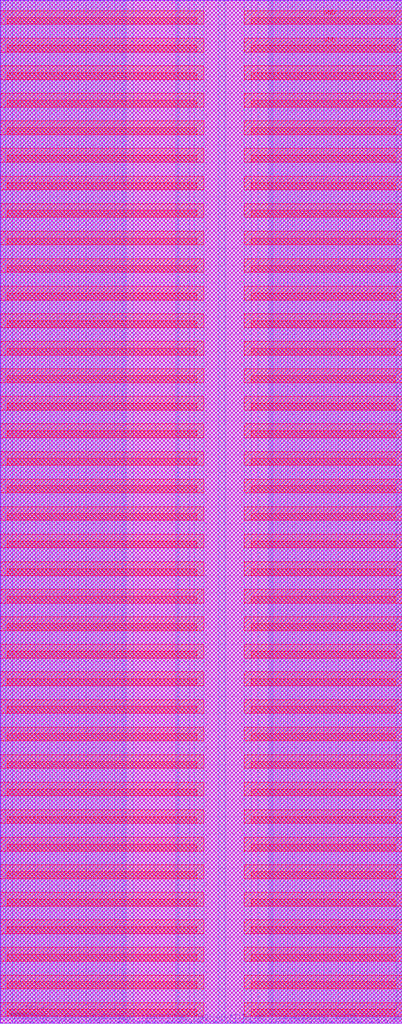
<source format=lef>
# Created by MC2 : Version 2006.09.01.d on 2024/04/08, 13:50:43

###############################################################################
#        Software       : TSMC MEMORY COMPILER 2006.09.01.d
#        Technology     : 65 nm CMOS LOGIC Low Power LowK Cu 1P9M 1.2
#                         Mix-vt logic, High-vt SRAM
#        Memory Type    : TSMC 65nm low power SP SRAM Without Redundancy
#        Library Name   : ts1n65lpa4096x8m8
#        Library Version: 140a
#        Generated Time : 2024/04/08, 13:50:39
###############################################################################
#
#STATEMENT OF USE
#
#This information contains confidential and proprietary information of TSMC.
#No part of this information may be reproduced, transmitted, transcribed,
#stored in a retrieval system, or translated into any human or computer
#language, in any form or by any means, electronic, mechanical, magnetic,
#optical, chemical, manual, or otherwise, without the prior written permission
#of TSMC. This information was prepared for informational purpose and is for
#use by TSMC's customers only. TSMC reserves the right to make changes in the
#information at any time and without notice.
#
###############################################################################
 
MACRO TS1N65LPA4096X8M8
	CLASS BLOCK ;
	FOREIGN TS1N65LPA4096X8M8 0.0 0.0 ;
	ORIGIN 0.0 0.0 ;
	SIZE 116.725 BY 296.985 ;
	SYMMETRY X Y R90 ;

	PIN A[0]
		DIRECTION INPUT ;
		USE SIGNAL ;
		PORT
			LAYER M3 ;
			RECT 62.355 0.000 62.875 0.520 ;
			LAYER M1 ;
			RECT 62.355 0.000 62.875 0.520 ;
			LAYER M2 ;
			RECT 62.355 0.000 62.875 0.520 ;
		END
	END A[0]

	PIN A[10]
		DIRECTION INPUT ;
		USE SIGNAL ;
		PORT
			LAYER M1 ;
			RECT 40.615 0.000 41.135 0.520 ;
			LAYER M3 ;
			RECT 40.615 0.000 41.135 0.520 ;
			LAYER M2 ;
			RECT 40.615 0.000 41.135 0.520 ;
		END
	END A[10]

	PIN A[11]
		DIRECTION INPUT ;
		USE SIGNAL ;
		PORT
			LAYER M3 ;
			RECT 36.855 0.000 37.375 0.520 ;
			LAYER M1 ;
			RECT 36.855 0.000 37.375 0.520 ;
			LAYER M2 ;
			RECT 36.855 0.000 37.375 0.520 ;
		END
	END A[11]

	PIN A[1]
		DIRECTION INPUT ;
		USE SIGNAL ;
		PORT
			LAYER M1 ;
			RECT 66.230 0.000 66.750 0.520 ;
			LAYER M3 ;
			RECT 66.230 0.000 66.750 0.520 ;
			LAYER M2 ;
			RECT 66.230 0.000 66.750 0.520 ;
		END
	END A[1]

	PIN A[2]
		DIRECTION INPUT ;
		USE SIGNAL ;
		PORT
			LAYER M3 ;
			RECT 70.565 0.000 71.085 0.520 ;
			LAYER M1 ;
			RECT 70.565 0.000 71.085 0.520 ;
			LAYER M2 ;
			RECT 70.565 0.000 71.085 0.520 ;
		END
	END A[2]

	PIN A[3]
		DIRECTION INPUT ;
		USE SIGNAL ;
		PORT
			LAYER M1 ;
			RECT 57.535 0.000 58.055 0.520 ;
			LAYER M2 ;
			RECT 57.535 0.000 58.055 0.520 ;
			LAYER M3 ;
			RECT 57.535 0.000 58.055 0.520 ;
		END
	END A[3]

	PIN A[4]
		DIRECTION INPUT ;
		USE SIGNAL ;
		PORT
			LAYER M3 ;
			RECT 55.655 0.000 56.175 0.520 ;
			LAYER M1 ;
			RECT 55.655 0.000 56.175 0.520 ;
			LAYER M2 ;
			RECT 55.655 0.000 56.175 0.520 ;
		END
	END A[4]

	PIN A[5]
		DIRECTION INPUT ;
		USE SIGNAL ;
		PORT
			LAYER M2 ;
			RECT 51.895 0.000 52.415 0.520 ;
			LAYER M3 ;
			RECT 51.895 0.000 52.415 0.520 ;
			LAYER M1 ;
			RECT 51.895 0.000 52.415 0.520 ;
		END
	END A[5]

	PIN A[6]
		DIRECTION INPUT ;
		USE SIGNAL ;
		PORT
			LAYER M1 ;
			RECT 50.015 0.000 50.535 0.520 ;
			LAYER M3 ;
			RECT 50.015 0.000 50.535 0.520 ;
			LAYER M2 ;
			RECT 50.015 0.000 50.535 0.520 ;
		END
	END A[6]

	PIN A[7]
		DIRECTION INPUT ;
		USE SIGNAL ;
		PORT
			LAYER M2 ;
			RECT 48.135 0.000 48.655 0.520 ;
			LAYER M1 ;
			RECT 48.135 0.000 48.655 0.520 ;
			LAYER M3 ;
			RECT 48.135 0.000 48.655 0.520 ;
		END
	END A[7]

	PIN A[8]
		DIRECTION INPUT ;
		USE SIGNAL ;
		PORT
			LAYER M3 ;
			RECT 44.375 0.000 44.895 0.520 ;
			LAYER M1 ;
			RECT 44.375 0.000 44.895 0.520 ;
			LAYER M2 ;
			RECT 44.375 0.000 44.895 0.520 ;
		END
	END A[8]

	PIN A[9]
		DIRECTION INPUT ;
		USE SIGNAL ;
		PORT
			LAYER M3 ;
			RECT 42.495 0.000 43.015 0.520 ;
			LAYER M1 ;
			RECT 42.495 0.000 43.015 0.520 ;
			LAYER M2 ;
			RECT 42.495 0.000 43.015 0.520 ;
		END
	END A[9]

	PIN BWEB[0]
		DIRECTION INPUT ;
		USE SIGNAL ;
		PORT
			LAYER M3 ;
			RECT 3.665 0.000 4.185 0.520 ;
			LAYER M2 ;
			RECT 3.665 0.000 4.185 0.520 ;
			LAYER M1 ;
			RECT 3.665 0.000 4.185 0.520 ;
		END
	END BWEB[0]

	PIN BWEB[1]
		DIRECTION INPUT ;
		USE SIGNAL ;
		PORT
			LAYER M3 ;
			RECT 12.065 0.000 12.585 0.520 ;
			LAYER M1 ;
			RECT 12.065 0.000 12.585 0.520 ;
			LAYER M2 ;
			RECT 12.065 0.000 12.585 0.520 ;
		END
	END BWEB[1]

	PIN BWEB[2]
		DIRECTION INPUT ;
		USE SIGNAL ;
		PORT
			LAYER M3 ;
			RECT 20.465 0.000 20.985 0.520 ;
			LAYER M1 ;
			RECT 20.465 0.000 20.985 0.520 ;
			LAYER M2 ;
			RECT 20.465 0.000 20.985 0.520 ;
		END
	END BWEB[2]

	PIN BWEB[3]
		DIRECTION INPUT ;
		USE SIGNAL ;
		PORT
			LAYER M1 ;
			RECT 28.865 0.000 29.385 0.520 ;
			LAYER M2 ;
			RECT 28.865 0.000 29.385 0.520 ;
			LAYER M3 ;
			RECT 28.865 0.000 29.385 0.520 ;
		END
	END BWEB[3]

	PIN BWEB[4]
		DIRECTION INPUT ;
		USE SIGNAL ;
		PORT
			LAYER M2 ;
			RECT 87.340 0.000 87.860 0.520 ;
			LAYER M3 ;
			RECT 87.340 0.000 87.860 0.520 ;
			LAYER M1 ;
			RECT 87.340 0.000 87.860 0.520 ;
		END
	END BWEB[4]

	PIN BWEB[5]
		DIRECTION INPUT ;
		USE SIGNAL ;
		PORT
			LAYER M1 ;
			RECT 95.740 0.000 96.260 0.520 ;
			LAYER M2 ;
			RECT 95.740 0.000 96.260 0.520 ;
			LAYER M3 ;
			RECT 95.740 0.000 96.260 0.520 ;
		END
	END BWEB[5]

	PIN BWEB[6]
		DIRECTION INPUT ;
		USE SIGNAL ;
		PORT
			LAYER M2 ;
			RECT 104.140 0.000 104.660 0.520 ;
			LAYER M1 ;
			RECT 104.140 0.000 104.660 0.520 ;
			LAYER M3 ;
			RECT 104.140 0.000 104.660 0.520 ;
		END
	END BWEB[6]

	PIN BWEB[7]
		DIRECTION INPUT ;
		USE SIGNAL ;
		PORT
			LAYER M1 ;
			RECT 112.540 0.000 113.060 0.520 ;
			LAYER M3 ;
			RECT 112.540 0.000 113.060 0.520 ;
			LAYER M2 ;
			RECT 112.540 0.000 113.060 0.520 ;
		END
	END BWEB[7]

	PIN CEB
		DIRECTION INPUT ;
		USE SIGNAL ;
		PORT
			LAYER M1 ;
			RECT 72.725 0.000 73.245 0.520 ;
			LAYER M3 ;
			RECT 72.725 0.000 73.245 0.520 ;
			LAYER M2 ;
			RECT 72.725 0.000 73.245 0.520 ;
		END
	END CEB

	PIN CLK
		DIRECTION INPUT ;
		USE SIGNAL ;
		PORT
			LAYER M2 ;
			RECT 67.670 0.000 68.190 0.520 ;
			LAYER M3 ;
			RECT 67.670 0.000 68.190 0.520 ;
			LAYER M1 ;
			RECT 67.670 0.000 68.190 0.520 ;
		END
	END CLK

	PIN D[0]
		DIRECTION INPUT ;
		USE SIGNAL ;
		PORT
			LAYER M3 ;
			RECT 8.890 0.000 9.410 0.520 ;
			LAYER M1 ;
			RECT 8.890 0.000 9.410 0.520 ;
			LAYER M2 ;
			RECT 8.890 0.000 9.410 0.520 ;
		END
	END D[0]

	PIN D[1]
		DIRECTION INPUT ;
		USE SIGNAL ;
		PORT
			LAYER M1 ;
			RECT 17.290 0.000 17.810 0.520 ;
			LAYER M3 ;
			RECT 17.290 0.000 17.810 0.520 ;
			LAYER M2 ;
			RECT 17.290 0.000 17.810 0.520 ;
		END
	END D[1]

	PIN D[2]
		DIRECTION INPUT ;
		USE SIGNAL ;
		PORT
			LAYER M3 ;
			RECT 25.690 0.000 26.210 0.520 ;
			LAYER M2 ;
			RECT 25.690 0.000 26.210 0.520 ;
			LAYER M1 ;
			RECT 25.690 0.000 26.210 0.520 ;
		END
	END D[2]

	PIN D[3]
		DIRECTION INPUT ;
		USE SIGNAL ;
		PORT
			LAYER M1 ;
			RECT 34.090 0.000 34.610 0.520 ;
			LAYER M2 ;
			RECT 34.090 0.000 34.610 0.520 ;
			LAYER M3 ;
			RECT 34.090 0.000 34.610 0.520 ;
		END
	END D[3]

	PIN D[4]
		DIRECTION INPUT ;
		USE SIGNAL ;
		PORT
			LAYER M2 ;
			RECT 82.115 0.000 82.635 0.520 ;
			LAYER M1 ;
			RECT 82.115 0.000 82.635 0.520 ;
			LAYER M3 ;
			RECT 82.115 0.000 82.635 0.520 ;
		END
	END D[4]

	PIN D[5]
		DIRECTION INPUT ;
		USE SIGNAL ;
		PORT
			LAYER M2 ;
			RECT 90.515 0.000 91.035 0.520 ;
			LAYER M3 ;
			RECT 90.515 0.000 91.035 0.520 ;
			LAYER M1 ;
			RECT 90.515 0.000 91.035 0.520 ;
		END
	END D[5]

	PIN D[6]
		DIRECTION INPUT ;
		USE SIGNAL ;
		PORT
			LAYER M3 ;
			RECT 98.915 0.000 99.435 0.520 ;
			LAYER M1 ;
			RECT 98.915 0.000 99.435 0.520 ;
			LAYER M2 ;
			RECT 98.915 0.000 99.435 0.520 ;
		END
	END D[6]

	PIN D[7]
		DIRECTION INPUT ;
		USE SIGNAL ;
		PORT
			LAYER M2 ;
			RECT 107.315 0.000 107.835 0.520 ;
			LAYER M3 ;
			RECT 107.315 0.000 107.835 0.520 ;
			LAYER M1 ;
			RECT 107.315 0.000 107.835 0.520 ;
		END
	END D[7]

	PIN Q[0]
		DIRECTION OUTPUT ;
		USE SIGNAL ;
		PORT
			LAYER M3 ;
			RECT 6.170 0.000 6.690 0.520 ;
			LAYER M2 ;
			RECT 6.170 0.000 6.690 0.520 ;
			LAYER M1 ;
			RECT 6.170 0.000 6.690 0.520 ;
		END
	END Q[0]

	PIN Q[1]
		DIRECTION OUTPUT ;
		USE SIGNAL ;
		PORT
			LAYER M2 ;
			RECT 14.570 0.000 15.090 0.520 ;
			LAYER M3 ;
			RECT 14.570 0.000 15.090 0.520 ;
			LAYER M1 ;
			RECT 14.570 0.000 15.090 0.520 ;
		END
	END Q[1]

	PIN Q[2]
		DIRECTION OUTPUT ;
		USE SIGNAL ;
		PORT
			LAYER M1 ;
			RECT 22.970 0.000 23.490 0.520 ;
			LAYER M3 ;
			RECT 22.970 0.000 23.490 0.520 ;
			LAYER M2 ;
			RECT 22.970 0.000 23.490 0.520 ;
		END
	END Q[2]

	PIN Q[3]
		DIRECTION OUTPUT ;
		USE SIGNAL ;
		PORT
			LAYER M1 ;
			RECT 31.370 0.000 31.890 0.520 ;
			LAYER M2 ;
			RECT 31.370 0.000 31.890 0.520 ;
			LAYER M3 ;
			RECT 31.370 0.000 31.890 0.520 ;
		END
	END Q[3]

	PIN Q[4]
		DIRECTION OUTPUT ;
		USE SIGNAL ;
		PORT
			LAYER M2 ;
			RECT 84.835 0.000 85.355 0.520 ;
			LAYER M1 ;
			RECT 84.835 0.000 85.355 0.520 ;
			LAYER M3 ;
			RECT 84.835 0.000 85.355 0.520 ;
		END
	END Q[4]

	PIN Q[5]
		DIRECTION OUTPUT ;
		USE SIGNAL ;
		PORT
			LAYER M3 ;
			RECT 93.235 0.000 93.755 0.520 ;
			LAYER M2 ;
			RECT 93.235 0.000 93.755 0.520 ;
			LAYER M1 ;
			RECT 93.235 0.000 93.755 0.520 ;
		END
	END Q[5]

	PIN Q[6]
		DIRECTION OUTPUT ;
		USE SIGNAL ;
		PORT
			LAYER M2 ;
			RECT 101.635 0.000 102.155 0.520 ;
			LAYER M3 ;
			RECT 101.635 0.000 102.155 0.520 ;
			LAYER M1 ;
			RECT 101.635 0.000 102.155 0.520 ;
		END
	END Q[6]

	PIN Q[7]
		DIRECTION OUTPUT ;
		USE SIGNAL ;
		PORT
			LAYER M3 ;
			RECT 110.035 0.000 110.555 0.520 ;
			LAYER M2 ;
			RECT 110.035 0.000 110.555 0.520 ;
			LAYER M1 ;
			RECT 110.035 0.000 110.555 0.520 ;
		END
	END Q[7]

	PIN TSEL[0]
		DIRECTION INPUT ;
		USE SIGNAL ;
		PORT
			LAYER M3 ;
			RECT 78.170 0.000 78.690 0.520 ;
			LAYER M2 ;
			RECT 78.170 0.000 78.690 0.520 ;
			LAYER M1 ;
			RECT 78.170 0.000 78.690 0.520 ;
		END
	END TSEL[0]

	PIN TSEL[1]
		DIRECTION INPUT ;
		USE SIGNAL ;
		PORT
			LAYER M3 ;
			RECT 80.085 0.000 80.605 0.520 ;
			LAYER M1 ;
			RECT 80.085 0.000 80.605 0.520 ;
			LAYER M2 ;
			RECT 80.085 0.000 80.605 0.520 ;
		END
	END TSEL[1]

	PIN WEB
		DIRECTION INPUT ;
		USE SIGNAL ;
		PORT
			LAYER M1 ;
			RECT 73.445 0.000 73.965 0.520 ;
			LAYER M3 ;
			RECT 73.445 0.000 73.965 0.520 ;
			LAYER M2 ;
			RECT 73.445 0.000 73.965 0.520 ;
		END
	END WEB
	PIN VDD
		DIRECTION INOUT ;
		USE POWER ;
		PORT
			LAYER M5 ;
			RECT 0.000 10.000 59.050 14.000 ;
			LAYER M5 ;
			RECT 70.830 10.000 116.725 14.000 ;
			LAYER M5 ;
			RECT 0.000 26.000 59.050 30.000 ;
			LAYER M5 ;
			RECT 70.830 26.000 116.725 30.000 ;
			LAYER M5 ;
			RECT 0.000 42.000 59.050 46.000 ;
			LAYER M5 ;
			RECT 70.830 42.000 116.725 46.000 ;
			LAYER M5 ;
			RECT 0.000 58.000 59.050 62.000 ;
			LAYER M5 ;
			RECT 70.830 58.000 116.725 62.000 ;
			LAYER M5 ;
			RECT 0.000 74.000 59.050 78.000 ;
			LAYER M5 ;
			RECT 70.830 74.000 116.725 78.000 ;
			LAYER M5 ;
			RECT 0.000 90.000 59.050 94.000 ;
			LAYER M5 ;
			RECT 70.830 90.000 116.725 94.000 ;
			LAYER M5 ;
			RECT 0.000 106.000 59.050 110.000 ;
			LAYER M5 ;
			RECT 70.830 106.000 116.725 110.000 ;
			LAYER M5 ;
			RECT 0.000 122.000 59.050 126.000 ;
			LAYER M5 ;
			RECT 70.830 122.000 116.725 126.000 ;
			LAYER M5 ;
			RECT 0.000 138.000 59.050 142.000 ;
			LAYER M5 ;
			RECT 70.830 138.000 116.725 142.000 ;
			LAYER M5 ;
			RECT 0.000 154.000 59.050 158.000 ;
			LAYER M5 ;
			RECT 70.830 154.000 116.725 158.000 ;
			LAYER M5 ;
			RECT 0.000 170.000 59.050 174.000 ;
			LAYER M5 ;
			RECT 70.830 170.000 116.725 174.000 ;
			LAYER M5 ;
			RECT 0.000 186.000 59.050 190.000 ;
			LAYER M5 ;
			RECT 70.830 186.000 116.725 190.000 ;
			LAYER M5 ;
			RECT 0.000 202.000 59.050 206.000 ;
			LAYER M5 ;
			RECT 70.830 202.000 116.725 206.000 ;
			LAYER M5 ;
			RECT 0.000 218.000 59.050 222.000 ;
			LAYER M5 ;
			RECT 70.830 218.000 116.725 222.000 ;
			LAYER M5 ;
			RECT 0.000 234.000 59.050 238.000 ;
			LAYER M5 ;
			RECT 70.830 234.000 116.725 238.000 ;
			LAYER M5 ;
			RECT 0.000 250.000 59.050 254.000 ;
			LAYER M5 ;
			RECT 70.830 250.000 116.725 254.000 ;
			LAYER M5 ;
			RECT 0.000 266.000 59.050 270.000 ;
			LAYER M5 ;
			RECT 70.830 266.000 116.725 270.000 ;
			LAYER M5 ;
			RECT 0.000 282.000 59.050 286.000 ;
			LAYER M5 ;
			RECT 70.830 282.000 116.725 286.000 ;
		LAYER M4 ;
		RECT 0.140 1.000 0.470 296.985 ;
		LAYER M4 ;
		RECT 1.580 1.000 1.960 296.985 ;
		LAYER M4 ;
		RECT 3.680 1.000 4.060 296.985 ;
		LAYER M4 ;
		RECT 5.780 1.000 6.160 296.985 ;
		LAYER M4 ;
		RECT 7.880 1.000 8.260 296.985 ;
		LAYER M4 ;
		RECT 9.980 1.000 10.360 296.985 ;
		LAYER M4 ;
		RECT 12.080 1.000 12.460 296.985 ;
		LAYER M4 ;
		RECT 14.180 1.000 14.560 296.985 ;
		LAYER M4 ;
		RECT 16.280 1.000 16.660 296.985 ;
		LAYER M4 ;
		RECT 18.380 1.000 18.760 296.985 ;
		LAYER M4 ;
		RECT 20.480 1.000 20.860 296.985 ;
		LAYER M4 ;
		RECT 22.580 1.000 22.960 296.985 ;
		LAYER M4 ;
		RECT 24.680 1.000 25.060 296.985 ;
		LAYER M4 ;
		RECT 26.780 1.000 27.160 296.985 ;
		LAYER M4 ;
		RECT 28.880 1.000 29.260 296.985 ;
		LAYER M4 ;
		RECT 30.980 1.000 31.360 296.985 ;
		LAYER M4 ;
		RECT 33.080 1.000 33.460 296.985 ;
		LAYER M4 ;
		RECT 35.180 1.000 35.560 296.985 ;
		LAYER M4 ;
		RECT 51.890 1.000 54.890 296.985 ;
		LAYER M4 ;
		RECT 63.390 1.000 65.390 296.985 ;
		LAYER M4 ;
		RECT 70.830 1.000 72.830 296.985 ;
		LAYER M4 ;
		RECT 79.065 1.000 79.445 296.985 ;
		LAYER M4 ;
		RECT 81.165 1.000 81.545 296.985 ;
		LAYER M4 ;
		RECT 83.265 1.000 83.645 296.985 ;
		LAYER M4 ;
		RECT 85.365 1.000 85.745 296.985 ;
		LAYER M4 ;
		RECT 87.465 1.000 87.845 296.985 ;
		LAYER M4 ;
		RECT 89.565 1.000 89.945 296.985 ;
		LAYER M4 ;
		RECT 91.665 1.000 92.045 296.985 ;
		LAYER M4 ;
		RECT 93.765 1.000 94.145 296.985 ;
		LAYER M4 ;
		RECT 95.865 1.000 96.245 296.985 ;
		LAYER M4 ;
		RECT 97.965 1.000 98.345 296.985 ;
		LAYER M4 ;
		RECT 100.065 1.000 100.445 296.985 ;
		LAYER M4 ;
		RECT 102.165 1.000 102.545 296.985 ;
		LAYER M4 ;
		RECT 104.265 1.000 104.645 296.985 ;
		LAYER M4 ;
		RECT 106.365 1.000 106.745 296.985 ;
		LAYER M4 ;
		RECT 108.465 1.000 108.845 296.985 ;
		LAYER M4 ;
		RECT 110.565 1.000 110.945 296.985 ;
		LAYER M4 ;
		RECT 112.665 1.000 113.045 296.985 ;
		LAYER M4 ;
		RECT 114.765 1.000 115.145 296.985 ;
		LAYER M4 ;
		RECT 116.255 1.000 116.585 296.985 ;
		END
	END VDD

	PIN GND
		DIRECTION INOUT ;
		USE GROUND ;
		PORT
			LAYER M5 ;
			RECT 0.000 2.000 59.050 6.000 ;
			LAYER M5 ;
			RECT 70.830 2.000 116.725 6.000 ;
			LAYER M5 ;
			RECT 0.000 18.000 59.050 22.000 ;
			LAYER M5 ;
			RECT 70.830 18.000 116.725 22.000 ;
			LAYER M5 ;
			RECT 0.000 34.000 59.050 38.000 ;
			LAYER M5 ;
			RECT 70.830 34.000 116.725 38.000 ;
			LAYER M5 ;
			RECT 0.000 50.000 59.050 54.000 ;
			LAYER M5 ;
			RECT 70.830 50.000 116.725 54.000 ;
			LAYER M5 ;
			RECT 0.000 66.000 59.050 70.000 ;
			LAYER M5 ;
			RECT 70.830 66.000 116.725 70.000 ;
			LAYER M5 ;
			RECT 0.000 82.000 59.050 86.000 ;
			LAYER M5 ;
			RECT 70.830 82.000 116.725 86.000 ;
			LAYER M5 ;
			RECT 0.000 98.000 59.050 102.000 ;
			LAYER M5 ;
			RECT 70.830 98.000 116.725 102.000 ;
			LAYER M5 ;
			RECT 0.000 114.000 59.050 118.000 ;
			LAYER M5 ;
			RECT 70.830 114.000 116.725 118.000 ;
			LAYER M5 ;
			RECT 0.000 130.000 59.050 134.000 ;
			LAYER M5 ;
			RECT 70.830 130.000 116.725 134.000 ;
			LAYER M5 ;
			RECT 0.000 146.000 59.050 150.000 ;
			LAYER M5 ;
			RECT 70.830 146.000 116.725 150.000 ;
			LAYER M5 ;
			RECT 0.000 162.000 59.050 166.000 ;
			LAYER M5 ;
			RECT 70.830 162.000 116.725 166.000 ;
			LAYER M5 ;
			RECT 0.000 178.000 59.050 182.000 ;
			LAYER M5 ;
			RECT 70.830 178.000 116.725 182.000 ;
			LAYER M5 ;
			RECT 0.000 194.000 59.050 198.000 ;
			LAYER M5 ;
			RECT 70.830 194.000 116.725 198.000 ;
			LAYER M5 ;
			RECT 0.000 210.000 59.050 214.000 ;
			LAYER M5 ;
			RECT 70.830 210.000 116.725 214.000 ;
			LAYER M5 ;
			RECT 0.000 226.000 59.050 230.000 ;
			LAYER M5 ;
			RECT 70.830 226.000 116.725 230.000 ;
			LAYER M5 ;
			RECT 0.000 242.000 59.050 246.000 ;
			LAYER M5 ;
			RECT 70.830 242.000 116.725 246.000 ;
			LAYER M5 ;
			RECT 0.000 258.000 59.050 262.000 ;
			LAYER M5 ;
			RECT 70.830 258.000 116.725 262.000 ;
			LAYER M5 ;
			RECT 0.000 274.000 59.050 278.000 ;
			LAYER M5 ;
			RECT 70.830 274.000 116.725 278.000 ;
			LAYER M5 ;
			RECT 0.000 290.000 59.050 294.000 ;
			LAYER M5 ;
			RECT 70.830 290.000 116.725 294.000 ;
		LAYER M4 ;
		RECT 1.035 1.000 1.415 296.985 ;
		LAYER M4 ;
		RECT 2.530 1.000 3.110 296.985 ;
		LAYER M4 ;
		RECT 4.630 1.000 5.210 296.985 ;
		LAYER M4 ;
		RECT 6.730 1.000 7.310 296.985 ;
		LAYER M4 ;
		RECT 8.830 1.000 9.410 296.985 ;
		LAYER M4 ;
		RECT 10.930 1.000 11.510 296.985 ;
		LAYER M4 ;
		RECT 13.030 1.000 13.610 296.985 ;
		LAYER M4 ;
		RECT 15.130 1.000 15.710 296.985 ;
		LAYER M4 ;
		RECT 17.230 1.000 17.810 296.985 ;
		LAYER M4 ;
		RECT 19.330 1.000 19.910 296.985 ;
		LAYER M4 ;
		RECT 21.430 1.000 22.010 296.985 ;
		LAYER M4 ;
		RECT 23.530 1.000 24.110 296.985 ;
		LAYER M4 ;
		RECT 25.630 1.000 26.210 296.985 ;
		LAYER M4 ;
		RECT 27.730 1.000 28.310 296.985 ;
		LAYER M4 ;
		RECT 29.830 1.000 30.410 296.985 ;
		LAYER M4 ;
		RECT 31.930 1.000 32.510 296.985 ;
		LAYER M4 ;
		RECT 34.030 1.000 34.610 296.985 ;
		LAYER M4 ;
		RECT 35.725 1.000 36.105 296.985 ;
		LAYER M4 ;
		RECT 36.605 1.000 38.605 296.985 ;
		LAYER M4 ;
		RECT 50.990 1.000 51.390 296.985 ;
		LAYER M4 ;
		RECT 56.350 1.000 59.050 296.985 ;
		LAYER M4 ;
		RECT 74.755 1.000 77.955 296.985 ;
		LAYER M4 ;
		RECT 78.520 1.000 78.900 296.985 ;
		LAYER M4 ;
		RECT 80.015 1.000 80.595 296.985 ;
		LAYER M4 ;
		RECT 82.115 1.000 82.695 296.985 ;
		LAYER M4 ;
		RECT 84.215 1.000 84.795 296.985 ;
		LAYER M4 ;
		RECT 86.315 1.000 86.895 296.985 ;
		LAYER M4 ;
		RECT 88.415 1.000 88.995 296.985 ;
		LAYER M4 ;
		RECT 90.515 1.000 91.095 296.985 ;
		LAYER M4 ;
		RECT 92.615 1.000 93.195 296.985 ;
		LAYER M4 ;
		RECT 94.715 1.000 95.295 296.985 ;
		LAYER M4 ;
		RECT 96.815 1.000 97.395 296.985 ;
		LAYER M4 ;
		RECT 98.915 1.000 99.495 296.985 ;
		LAYER M4 ;
		RECT 101.015 1.000 101.595 296.985 ;
		LAYER M4 ;
		RECT 103.115 1.000 103.695 296.985 ;
		LAYER M4 ;
		RECT 105.215 1.000 105.795 296.985 ;
		LAYER M4 ;
		RECT 107.315 1.000 107.895 296.985 ;
		LAYER M4 ;
		RECT 109.415 1.000 109.995 296.985 ;
		LAYER M4 ;
		RECT 111.515 1.000 112.095 296.985 ;
		LAYER M4 ;
		RECT 113.615 1.000 114.195 296.985 ;
		LAYER M4 ;
		RECT 115.310 1.000 115.690 296.985 ;
		END
	END GND

	OBS
		# Pmesh blockages
		LAYER M5 ;
		RECT 2.000 10.000 57.050 12.000 ;
		LAYER M5 ;
		RECT 72.830 10.000 114.725 12.000 ;
		LAYER M5 ;
		RECT 2.000 26.000 57.050 28.000 ;
		LAYER M5 ;
		RECT 72.830 26.000 114.725 28.000 ;
		LAYER M5 ;
		RECT 2.000 42.000 57.050 44.000 ;
		LAYER M5 ;
		RECT 72.830 42.000 114.725 44.000 ;
		LAYER M5 ;
		RECT 2.000 58.000 57.050 60.000 ;
		LAYER M5 ;
		RECT 72.830 58.000 114.725 60.000 ;
		LAYER M5 ;
		RECT 2.000 74.000 57.050 76.000 ;
		LAYER M5 ;
		RECT 72.830 74.000 114.725 76.000 ;
		LAYER M5 ;
		RECT 2.000 90.000 57.050 92.000 ;
		LAYER M5 ;
		RECT 72.830 90.000 114.725 92.000 ;
		LAYER M5 ;
		RECT 2.000 106.000 57.050 108.000 ;
		LAYER M5 ;
		RECT 72.830 106.000 114.725 108.000 ;
		LAYER M5 ;
		RECT 2.000 122.000 57.050 124.000 ;
		LAYER M5 ;
		RECT 72.830 122.000 114.725 124.000 ;
		LAYER M5 ;
		RECT 2.000 138.000 57.050 140.000 ;
		LAYER M5 ;
		RECT 72.830 138.000 114.725 140.000 ;
		LAYER M5 ;
		RECT 2.000 154.000 57.050 156.000 ;
		LAYER M5 ;
		RECT 72.830 154.000 114.725 156.000 ;
		LAYER M5 ;
		RECT 2.000 170.000 57.050 172.000 ;
		LAYER M5 ;
		RECT 72.830 170.000 114.725 172.000 ;
		LAYER M5 ;
		RECT 2.000 186.000 57.050 188.000 ;
		LAYER M5 ;
		RECT 72.830 186.000 114.725 188.000 ;
		LAYER M5 ;
		RECT 2.000 202.000 57.050 204.000 ;
		LAYER M5 ;
		RECT 72.830 202.000 114.725 204.000 ;
		LAYER M5 ;
		RECT 2.000 218.000 57.050 220.000 ;
		LAYER M5 ;
		RECT 72.830 218.000 114.725 220.000 ;
		LAYER M5 ;
		RECT 2.000 234.000 57.050 236.000 ;
		LAYER M5 ;
		RECT 72.830 234.000 114.725 236.000 ;
		LAYER M5 ;
		RECT 2.000 250.000 57.050 252.000 ;
		LAYER M5 ;
		RECT 72.830 250.000 114.725 252.000 ;
		LAYER M5 ;
		RECT 2.000 266.000 57.050 268.000 ;
		LAYER M5 ;
		RECT 72.830 266.000 114.725 268.000 ;
		LAYER M5 ;
		RECT 2.000 282.000 57.050 284.000 ;
		LAYER M5 ;
		RECT 72.830 282.000 114.725 284.000 ;
		LAYER M5 ;
		RECT 2.000 2.000 57.050 4.000 ;
		LAYER M5 ;
		RECT 72.830 2.000 114.725 4.000 ;
		LAYER M5 ;
		RECT 2.000 18.000 57.050 20.000 ;
		LAYER M5 ;
		RECT 72.830 18.000 114.725 20.000 ;
		LAYER M5 ;
		RECT 2.000 34.000 57.050 36.000 ;
		LAYER M5 ;
		RECT 72.830 34.000 114.725 36.000 ;
		LAYER M5 ;
		RECT 2.000 50.000 57.050 52.000 ;
		LAYER M5 ;
		RECT 72.830 50.000 114.725 52.000 ;
		LAYER M5 ;
		RECT 2.000 66.000 57.050 68.000 ;
		LAYER M5 ;
		RECT 72.830 66.000 114.725 68.000 ;
		LAYER M5 ;
		RECT 2.000 82.000 57.050 84.000 ;
		LAYER M5 ;
		RECT 72.830 82.000 114.725 84.000 ;
		LAYER M5 ;
		RECT 2.000 98.000 57.050 100.000 ;
		LAYER M5 ;
		RECT 72.830 98.000 114.725 100.000 ;
		LAYER M5 ;
		RECT 2.000 114.000 57.050 116.000 ;
		LAYER M5 ;
		RECT 72.830 114.000 114.725 116.000 ;
		LAYER M5 ;
		RECT 2.000 130.000 57.050 132.000 ;
		LAYER M5 ;
		RECT 72.830 130.000 114.725 132.000 ;
		LAYER M5 ;
		RECT 2.000 146.000 57.050 148.000 ;
		LAYER M5 ;
		RECT 72.830 146.000 114.725 148.000 ;
		LAYER M5 ;
		RECT 2.000 162.000 57.050 164.000 ;
		LAYER M5 ;
		RECT 72.830 162.000 114.725 164.000 ;
		LAYER M5 ;
		RECT 2.000 178.000 57.050 180.000 ;
		LAYER M5 ;
		RECT 72.830 178.000 114.725 180.000 ;
		LAYER M5 ;
		RECT 2.000 194.000 57.050 196.000 ;
		LAYER M5 ;
		RECT 72.830 194.000 114.725 196.000 ;
		LAYER M5 ;
		RECT 2.000 210.000 57.050 212.000 ;
		LAYER M5 ;
		RECT 72.830 210.000 114.725 212.000 ;
		LAYER M5 ;
		RECT 2.000 226.000 57.050 228.000 ;
		LAYER M5 ;
		RECT 72.830 226.000 114.725 228.000 ;
		LAYER M5 ;
		RECT 2.000 242.000 57.050 244.000 ;
		LAYER M5 ;
		RECT 72.830 242.000 114.725 244.000 ;
		LAYER M5 ;
		RECT 2.000 258.000 57.050 260.000 ;
		LAYER M5 ;
		RECT 72.830 258.000 114.725 260.000 ;
		LAYER M5 ;
		RECT 2.000 274.000 57.050 276.000 ;
		LAYER M5 ;
		RECT 72.830 274.000 114.725 276.000 ;
		LAYER M5 ;
		RECT 2.000 290.000 57.050 292.000 ;
		LAYER M5 ;
		RECT 72.830 290.000 114.725 292.000 ;

		# Mc2Finalize block inhibit statement blockage
		# Promoted blockages
		LAYER M4 ;
		RECT 115.145 1.000 115.310 296.985 ;
		LAYER M2 ;
		RECT 110.715 0.000 112.380 0.520 ;
		LAYER M3 ;
		RECT 110.715 0.000 112.380 0.520 ;
		LAYER M1 ;
		RECT 107.995 0.000 109.875 0.520 ;
		LAYER M2 ;
		RECT 107.995 0.000 109.875 0.520 ;
		LAYER M3 ;
		RECT 107.995 0.000 109.875 0.520 ;
		LAYER M1 ;
		RECT 110.715 0.000 112.380 0.520 ;
		LAYER M1 ;
		RECT 102.315 0.000 103.980 0.520 ;
		LAYER M1 ;
		RECT 113.220 0.000 116.725 0.520 ;
		LAYER M1 ;
		RECT 104.820 0.000 107.155 0.520 ;
		LAYER M2 ;
		RECT 104.820 0.000 107.155 0.520 ;
		LAYER M3 ;
		RECT 104.820 0.000 107.155 0.520 ;
		LAYER M3 ;
		RECT 113.220 0.000 116.725 0.520 ;
		LAYER M2 ;
		RECT 102.315 0.000 103.980 0.520 ;
		LAYER M3 ;
		RECT 102.315 0.000 103.980 0.520 ;
		LAYER M2 ;
		RECT 113.220 0.000 116.725 0.520 ;
		LAYER M2 ;
		RECT 85.515 0.000 87.180 0.520 ;
		LAYER M3 ;
		RECT 82.795 0.000 84.675 0.520 ;
		LAYER M2 ;
		RECT 82.795 0.000 84.675 0.520 ;
		LAYER M1 ;
		RECT 82.795 0.000 84.675 0.520 ;
		LAYER M1 ;
		RECT 91.195 0.000 93.075 0.520 ;
		LAYER M3 ;
		RECT 88.020 0.000 90.355 0.520 ;
		LAYER M1 ;
		RECT 88.020 0.000 90.355 0.520 ;
		LAYER M2 ;
		RECT 88.020 0.000 90.355 0.520 ;
		LAYER M1 ;
		RECT 99.595 0.000 101.475 0.520 ;
		LAYER M2 ;
		RECT 99.595 0.000 101.475 0.520 ;
		LAYER M3 ;
		RECT 99.595 0.000 101.475 0.520 ;
		LAYER M1 ;
		RECT 96.420 0.000 98.755 0.520 ;
		LAYER M3 ;
		RECT 96.420 0.000 98.755 0.520 ;
		LAYER M2 ;
		RECT 91.195 0.000 93.075 0.520 ;
		LAYER M3 ;
		RECT 91.195 0.000 93.075 0.520 ;
		LAYER M2 ;
		RECT 96.420 0.000 98.755 0.520 ;
		LAYER M3 ;
		RECT 93.915 0.000 95.580 0.520 ;
		LAYER M1 ;
		RECT 93.915 0.000 95.580 0.520 ;
		LAYER M2 ;
		RECT 93.915 0.000 95.580 0.520 ;
		LAYER M1 ;
		RECT 68.350 0.000 70.405 0.520 ;
		LAYER M2 ;
		RECT 68.350 0.000 70.405 0.520 ;
		LAYER M2 ;
		RECT 80.765 0.000 81.955 0.520 ;
		LAYER M3 ;
		RECT 80.765 0.000 81.955 0.520 ;
		LAYER M4 ;
		RECT 1.415 1.000 1.580 296.985 ;
		LAYER M1 ;
		RECT 0.000 0.000 3.505 296.985 ;
		LAYER M4 ;
		RECT 36.105 1.000 36.605 296.985 ;
		LAYER M4 ;
		RECT 35.560 1.000 35.725 296.985 ;
		LAYER M2 ;
		RECT 0.000 0.000 3.505 296.985 ;
		LAYER M3 ;
		RECT 0.000 0.000 3.505 296.985 ;
		LAYER M3 ;
		RECT 85.515 0.000 87.180 0.520 ;
		LAYER M4 ;
		RECT 78.900 1.000 79.065 296.985 ;
		LAYER M4 ;
		RECT 77.955 1.000 78.520 296.985 ;
		LAYER M3 ;
		RECT 63.035 0.000 66.070 0.520 ;
		LAYER VIA3 ;
		RECT 0.000 0.000 116.725 296.985 ;
		LAYER M3 ;
		RECT 3.505 0.520 116.725 296.985 ;
		LAYER VIA2 ;
		RECT 0.000 0.000 116.725 296.985 ;
		LAYER VIA1 ;
		RECT 0.000 0.000 116.725 296.985 ;
		LAYER M3 ;
		RECT 50.695 0.000 51.735 0.520 ;
		LAYER M4 ;
		RECT 51.390 1.000 51.890 296.985 ;
		LAYER M1 ;
		RECT 3.505 0.520 116.725 296.985 ;
		LAYER M2 ;
		RECT 3.505 0.520 116.725 296.985 ;
		LAYER M2 ;
		RECT 41.295 0.000 42.335 0.520 ;
		LAYER M1 ;
		RECT 43.175 0.000 44.215 0.520 ;
		LAYER M3 ;
		RECT 43.175 0.000 44.215 0.520 ;
		LAYER M2 ;
		RECT 45.055 0.000 47.975 0.520 ;
		LAYER M1 ;
		RECT 37.535 0.000 40.455 0.520 ;
		LAYER M1 ;
		RECT 41.295 0.000 42.335 0.520 ;
		LAYER M1 ;
		RECT 34.770 0.000 36.695 0.520 ;
		LAYER M3 ;
		RECT 34.770 0.000 36.695 0.520 ;
		LAYER M2 ;
		RECT 32.050 0.000 33.930 0.520 ;
		LAYER M3 ;
		RECT 32.050 0.000 33.930 0.520 ;
		LAYER M1 ;
		RECT 26.370 0.000 28.705 0.520 ;
		LAYER M2 ;
		RECT 26.370 0.000 28.705 0.520 ;
		LAYER M1 ;
		RECT 29.545 0.000 31.210 0.520 ;
		LAYER M3 ;
		RECT 21.145 0.000 22.810 0.520 ;
		LAYER M1 ;
		RECT 21.145 0.000 22.810 0.520 ;
		LAYER M2 ;
		RECT 21.145 0.000 22.810 0.520 ;
		LAYER M2 ;
		RECT 23.650 0.000 25.530 0.520 ;
		LAYER M2 ;
		RECT 37.535 0.000 40.455 0.520 ;
		LAYER M3 ;
		RECT 37.535 0.000 40.455 0.520 ;
		LAYER M2 ;
		RECT 34.770 0.000 36.695 0.520 ;
		LAYER M1 ;
		RECT 80.765 0.000 81.955 0.520 ;
		LAYER M3 ;
		RECT 66.910 0.000 67.510 0.520 ;
		LAYER M3 ;
		RECT 68.350 0.000 70.405 0.520 ;
		LAYER M3 ;
		RECT 74.125 0.000 78.010 0.520 ;
		LAYER M3 ;
		RECT 52.575 0.000 55.495 0.520 ;
		LAYER M1 ;
		RECT 56.335 0.000 57.375 0.520 ;
		LAYER M3 ;
		RECT 56.335 0.000 57.375 0.520 ;
		LAYER M2 ;
		RECT 56.335 0.000 57.375 0.520 ;
		LAYER M2 ;
		RECT 52.575 0.000 55.495 0.520 ;
		LAYER M1 ;
		RECT 52.575 0.000 55.495 0.520 ;
		LAYER M1 ;
		RECT 50.695 0.000 51.735 0.520 ;
		LAYER M2 ;
		RECT 50.695 0.000 51.735 0.520 ;
		LAYER M1 ;
		RECT 58.215 0.000 62.195 0.520 ;
		LAYER M2 ;
		RECT 58.215 0.000 62.195 0.520 ;
		LAYER M3 ;
		RECT 58.215 0.000 62.195 0.520 ;
		LAYER M2 ;
		RECT 63.035 0.000 66.070 0.520 ;
		LAYER M2 ;
		RECT 71.245 0.000 72.565 0.520 ;
		LAYER M1 ;
		RECT 71.245 0.000 72.565 0.520 ;
		LAYER M3 ;
		RECT 71.245 0.000 72.565 0.520 ;
		LAYER M1 ;
		RECT 74.125 0.000 78.010 0.520 ;
		LAYER M1 ;
		RECT 6.850 0.000 8.730 0.520 ;
		LAYER M3 ;
		RECT 6.850 0.000 8.730 0.520 ;
		LAYER M2 ;
		RECT 9.570 0.000 11.905 0.520 ;
		LAYER M1 ;
		RECT 32.050 0.000 33.930 0.520 ;
		LAYER M2 ;
		RECT 15.250 0.000 17.130 0.520 ;
		LAYER M3 ;
		RECT 15.250 0.000 17.130 0.520 ;
		LAYER M1 ;
		RECT 9.570 0.000 11.905 0.520 ;
		LAYER M3 ;
		RECT 9.570 0.000 11.905 0.520 ;
		LAYER M1 ;
		RECT 85.515 0.000 87.180 0.520 ;
		LAYER M1 ;
		RECT 4.345 0.000 6.010 0.520 ;
		LAYER M2 ;
		RECT 6.850 0.000 8.730 0.520 ;
		LAYER M2 ;
		RECT 4.345 0.000 6.010 0.520 ;
		LAYER M3 ;
		RECT 4.345 0.000 6.010 0.520 ;
		LAYER M2 ;
		RECT 74.125 0.000 78.010 0.520 ;
		LAYER M1 ;
		RECT 78.850 0.000 79.925 0.520 ;
		LAYER M2 ;
		RECT 78.850 0.000 79.925 0.520 ;
		LAYER M3 ;
		RECT 78.850 0.000 79.925 0.520 ;
		LAYER M1 ;
		RECT 66.910 0.000 67.510 0.520 ;
		LAYER M1 ;
		RECT 63.035 0.000 66.070 0.520 ;
		LAYER M2 ;
		RECT 29.545 0.000 31.210 0.520 ;
		LAYER M3 ;
		RECT 29.545 0.000 31.210 0.520 ;
		LAYER M1 ;
		RECT 45.055 0.000 47.975 0.520 ;
		LAYER M2 ;
		RECT 43.175 0.000 44.215 0.520 ;
		LAYER M2 ;
		RECT 66.910 0.000 67.510 0.520 ;
		LAYER M1 ;
		RECT 17.970 0.000 20.305 0.520 ;
		LAYER M3 ;
		RECT 26.370 0.000 28.705 0.520 ;
		LAYER M3 ;
		RECT 23.650 0.000 25.530 0.520 ;
		LAYER M2 ;
		RECT 17.970 0.000 20.305 0.520 ;
		LAYER M3 ;
		RECT 41.295 0.000 42.335 0.520 ;
		LAYER M3 ;
		RECT 48.815 0.000 49.855 0.520 ;
		LAYER M3 ;
		RECT 45.055 0.000 47.975 0.520 ;
		LAYER M1 ;
		RECT 48.815 0.000 49.855 0.520 ;
		LAYER M2 ;
		RECT 48.815 0.000 49.855 0.520 ;
		LAYER M1 ;
		RECT 15.250 0.000 17.130 0.520 ;
		LAYER M3 ;
		RECT 17.970 0.000 20.305 0.520 ;
		LAYER M1 ;
		RECT 23.650 0.000 25.530 0.520 ;
		LAYER M2 ;
		RECT 12.745 0.000 14.410 0.520 ;
		LAYER M1 ;
		RECT 12.745 0.000 14.410 0.520 ;
		LAYER M3 ;
		RECT 12.745 0.000 14.410 0.520 ;
	END
	# End of OBS

END TS1N65LPA4096X8M8

END LIBRARY

</source>
